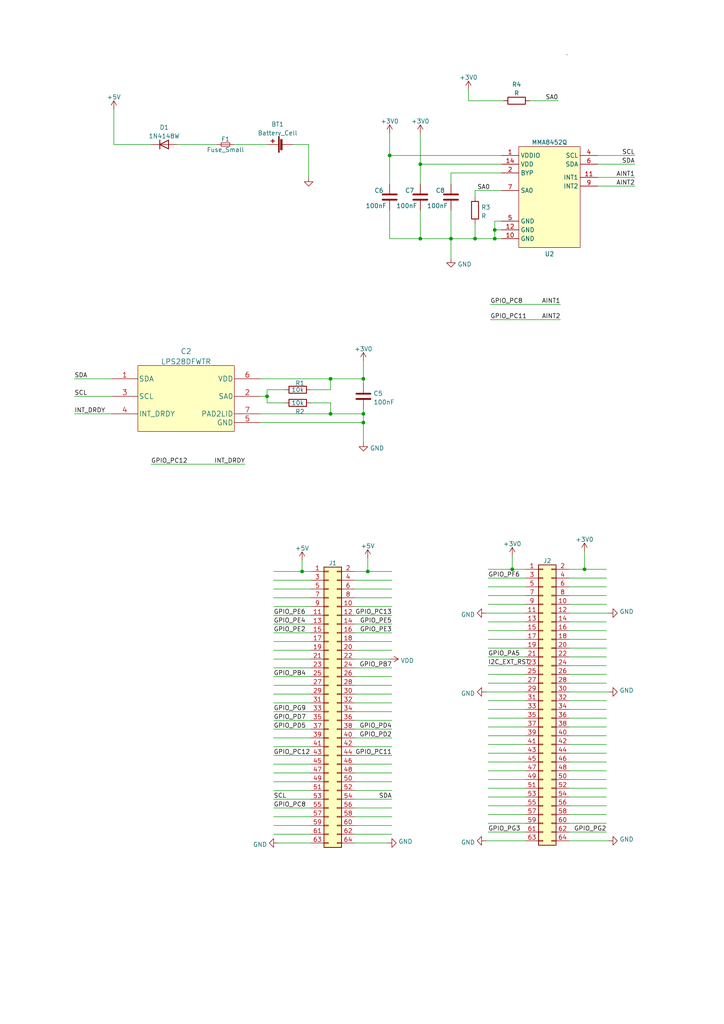
<source format=kicad_sch>
(kicad_sch (version 20211123) (generator eeschema)
  (paper "A4" portrait)
  (title_block (title "DISCO-F429ZI shield board") (date "2022-05-16") (rev "1"))
  (lib_symbols
    (symbol "Connector_Generic:Conn_02x32_Odd_Even" (pin_names (offset 1.016) hide)
      (property "Reference" "J" (at 1.27 40.64 0))
      (property "Value" "Conn_02x32_Odd_Even" (at 1.27 -43.18 0))
      (symbol "Conn_02x32_Odd_Even_1_1"
        (rectangle (start -1.27 -40.513) (end 0 -40.767) (stroke (width 0.1524)))
        (rectangle (start -1.27 -37.973) (end 0 -38.227) (stroke (width 0.1524)))
        (rectangle (start -1.27 -35.433) (end 0 -35.687) (stroke (width 0.1524)))
        (rectangle (start -1.27 -32.893) (end 0 -33.147) (stroke (width 0.1524)))
        (rectangle (start -1.27 -30.353) (end 0 -30.607) (stroke (width 0.1524)))
        (rectangle (start -1.27 -27.813) (end 0 -28.067) (stroke (width 0.1524)))
        (rectangle (start -1.27 -25.273) (end 0 -25.527) (stroke (width 0.1524)))
        (rectangle (start -1.27 -22.733) (end 0 -22.987) (stroke (width 0.1524)))
        (rectangle (start -1.27 -20.193) (end 0 -20.447) (stroke (width 0.1524)))
        (rectangle (start -1.27 -17.653) (end 0 -17.907) (stroke (width 0.1524)))
        (rectangle (start -1.27 -15.113) (end 0 -15.367) (stroke (width 0.1524)))
        (rectangle (start -1.27 -12.573) (end 0 -12.827) (stroke (width 0.1524)))
        (rectangle (start -1.27 -10.033) (end 0 -10.287) (stroke (width 0.1524)))
        (rectangle (start -1.27 -7.493) (end 0 -7.747) (stroke (width 0.1524)))
        (rectangle (start -1.27 -4.953) (end 0 -5.207) (stroke (width 0.1524)))
        (rectangle (start -1.27 -2.413) (end 0 -2.667) (stroke (width 0.1524)))
        (rectangle (start -1.27 0.127) (end 0 -0.127) (stroke (width 0.1524)))
        (rectangle (start -1.27 2.667) (end 0 2.413) (stroke (width 0.1524)))
        (rectangle (start -1.27 5.207) (end 0 4.953) (stroke (width 0.1524)))
        (rectangle (start -1.27 7.747) (end 0 7.493) (stroke (width 0.1524)))
        (rectangle (start -1.27 10.287) (end 0 10.033) (stroke (width 0.1524)))
        (rectangle (start -1.27 12.827) (end 0 12.573) (stroke (width 0.1524)))
        (rectangle (start -1.27 15.367) (end 0 15.113) (stroke (width 0.1524)))
        (rectangle (start -1.27 17.907) (end 0 17.653) (stroke (width 0.1524)))
        (rectangle (start -1.27 20.447) (end 0 20.193) (stroke (width 0.1524)))
        (rectangle (start -1.27 22.987) (end 0 22.733) (stroke (width 0.1524)))
        (rectangle (start -1.27 25.527) (end 0 25.273) (stroke (width 0.1524)))
        (rectangle (start -1.27 28.067) (end 0 27.813) (stroke (width 0.1524)))
        (rectangle (start -1.27 30.607) (end 0 30.353) (stroke (width 0.1524)))
        (rectangle (start -1.27 33.147) (end 0 32.893) (stroke (width 0.1524)))
        (rectangle (start -1.27 35.687) (end 0 35.433) (stroke (width 0.1524)))
        (rectangle (start -1.27 38.227) (end 0 37.973) (stroke (width 0.1524)))
        (rectangle (start -1.27 39.37) (end 3.81 -41.91) (stroke (width 0.254)) (fill (type background)))
        (rectangle (start 3.81 -40.513) (end 2.54 -40.767) (stroke (width 0.1524)))
        (rectangle (start 3.81 -37.973) (end 2.54 -38.227) (stroke (width 0.1524)))
        (rectangle (start 3.81 -35.433) (end 2.54 -35.687) (stroke (width 0.1524)))
        (rectangle (start 3.81 -32.893) (end 2.54 -33.147) (stroke (width 0.1524)))
        (rectangle (start 3.81 -30.353) (end 2.54 -30.607) (stroke (width 0.1524)))
        (rectangle (start 3.81 -27.813) (end 2.54 -28.067) (stroke (width 0.1524)))
        (rectangle (start 3.81 -25.273) (end 2.54 -25.527) (stroke (width 0.1524)))
        (rectangle (start 3.81 -22.733) (end 2.54 -22.987) (stroke (width 0.1524)))
        (rectangle (start 3.81 -20.193) (end 2.54 -20.447) (stroke (width 0.1524)))
        (rectangle (start 3.81 -17.653) (end 2.54 -17.907) (stroke (width 0.1524)))
        (rectangle (start 3.81 -15.113) (end 2.54 -15.367) (stroke (width 0.1524)))
        (rectangle (start 3.81 -12.573) (end 2.54 -12.827) (stroke (width 0.1524)))
        (rectangle (start 3.81 -10.033) (end 2.54 -10.287) (stroke (width 0.1524)))
        (rectangle (start 3.81 -7.493) (end 2.54 -7.747) (stroke (width 0.1524)))
        (rectangle (start 3.81 -4.953) (end 2.54 -5.207) (stroke (width 0.1524)))
        (rectangle (start 3.81 -2.413) (end 2.54 -2.667) (stroke (width 0.1524)))
        (rectangle (start 3.81 0.127) (end 2.54 -0.127) (stroke (width 0.1524)))
        (rectangle (start 3.81 2.667) (end 2.54 2.413) (stroke (width 0.1524)))
        (rectangle (start 3.81 5.207) (end 2.54 4.953) (stroke (width 0.1524)))
        (rectangle (start 3.81 7.747) (end 2.54 7.493) (stroke (width 0.1524)))
        (rectangle (start 3.81 10.287) (end 2.54 10.033) (stroke (width 0.1524)))
        (rectangle (start 3.81 12.827) (end 2.54 12.573) (stroke (width 0.1524)))
        (rectangle (start 3.81 15.367) (end 2.54 15.113) (stroke (width 0.1524)))
        (rectangle (start 3.81 17.907) (end 2.54 17.653) (stroke (width 0.1524)))
        (rectangle (start 3.81 20.447) (end 2.54 20.193) (stroke (width 0.1524)))
        (rectangle (start 3.81 22.987) (end 2.54 22.733) (stroke (width 0.1524)))
        (rectangle (start 3.81 25.527) (end 2.54 25.273) (stroke (width 0.1524)))
        (rectangle (start 3.81 28.067) (end 2.54 27.813) (stroke (width 0.1524)))
        (rectangle (start 3.81 30.607) (end 2.54 30.353) (stroke (width 0.1524)))
        (rectangle (start 3.81 33.147) (end 2.54 32.893) (stroke (width 0.1524)))
        (rectangle (start 3.81 35.687) (end 2.54 35.433) (stroke (width 0.1524)))
        (rectangle (start 3.81 38.227) (end 2.54 37.973) (stroke (width 0.1524)))
        (pin passive line (at -5.08 38.1 0) (length 3.81) (name "Pin_1") (number "1"))
        (pin passive line (at 7.62 27.94 180) (length 3.81) (name "Pin_10") (number "10"))
        (pin passive line (at -5.08 25.4 0) (length 3.81) (name "Pin_11") (number "11"))
        (pin passive line (at 7.62 25.4 180) (length 3.81) (name "Pin_12") (number "12"))
        (pin passive line (at -5.08 22.86 0) (length 3.81) (name "Pin_13") (number "13"))
        (pin passive line (at 7.62 22.86 180) (length 3.81) (name "Pin_14") (number "14"))
        (pin passive line (at -5.08 20.32 0) (length 3.81) (name "Pin_15") (number "15"))
        (pin passive line (at 7.62 20.32 180) (length 3.81) (name "Pin_16") (number "16"))
        (pin passive line (at -5.08 17.78 0) (length 3.81) (name "Pin_17") (number "17"))
        (pin passive line (at 7.62 17.78 180) (length 3.81) (name "Pin_18") (number "18"))
        (pin passive line (at -5.08 15.24 0) (length 3.81) (name "Pin_19") (number "19"))
        (pin passive line (at 7.62 38.1 180) (length 3.81) (name "Pin_2") (number "2"))
        (pin passive line (at 7.62 15.24 180) (length 3.81) (name "Pin_20") (number "20"))
        (pin passive line (at -5.08 12.7 0) (length 3.81) (name "Pin_21") (number "21"))
        (pin passive line (at 7.62 12.7 180) (length 3.81) (name "Pin_22") (number "22"))
        (pin passive line (at -5.08 10.16 0) (length 3.81) (name "Pin_23") (number "23"))
        (pin passive line (at 7.62 10.16 180) (length 3.81) (name "Pin_24") (number "24"))
        (pin passive line (at -5.08 7.62 0) (length 3.81) (name "Pin_25") (number "25"))
        (pin passive line (at 7.62 7.62 180) (length 3.81) (name "Pin_26") (number "26"))
        (pin passive line (at -5.08 5.08 0) (length 3.81) (name "Pin_27") (number "27"))
        (pin passive line (at 7.62 5.08 180) (length 3.81) (name "Pin_28") (number "28"))
        (pin passive line (at -5.08 2.54 0) (length 3.81) (name "Pin_29") (number "29"))
        (pin passive line (at -5.08 35.56 0) (length 3.81) (name "Pin_3") (number "3"))
        (pin passive line (at 7.62 2.54 180) (length 3.81) (name "Pin_30") (number "30"))
        (pin passive line (at -5.08 0 0) (length 3.81) (name "Pin_31") (number "31"))
        (pin passive line (at 7.62 0 180) (length 3.81) (name "Pin_32") (number "32"))
        (pin passive line (at -5.08 -2.54 0) (length 3.81) (name "Pin_33") (number "33"))
        (pin passive line (at 7.62 -2.54 180) (length 3.81) (name "Pin_34") (number "34"))
        (pin passive line (at -5.08 -5.08 0) (length 3.81) (name "Pin_35") (number "35"))
        (pin passive line (at 7.62 -5.08 180) (length 3.81) (name "Pin_36") (number "36"))
        (pin passive line (at -5.08 -7.62 0) (length 3.81) (name "Pin_37") (number "37"))
        (pin passive line (at 7.62 -7.62 180) (length 3.81) (name "Pin_38") (number "38"))
        (pin passive line (at -5.08 -10.16 0) (length 3.81) (name "Pin_39") (number "39"))
        (pin passive line (at 7.62 35.56 180) (length 3.81) (name "Pin_4") (number "4"))
        (pin passive line (at 7.62 -10.16 180) (length 3.81) (name "Pin_40") (number "40"))
        (pin passive line (at -5.08 -12.7 0) (length 3.81) (name "Pin_41") (number "41"))
        (pin passive line (at 7.62 -12.7 180) (length 3.81) (name "Pin_42") (number "42"))
        (pin passive line (at -5.08 -15.24 0) (length 3.81) (name "Pin_43") (number "43"))
        (pin passive line (at 7.62 -15.24 180) (length 3.81) (name "Pin_44") (number "44"))
        (pin passive line (at -5.08 -17.78 0) (length 3.81) (name "Pin_45") (number "45"))
        (pin passive line (at 7.62 -17.78 180) (length 3.81) (name "Pin_46") (number "46"))
        (pin passive line (at -5.08 -20.32 0) (length 3.81) (name "Pin_47") (number "47"))
        (pin passive line (at 7.62 -20.32 180) (length 3.81) (name "Pin_48") (number "48"))
        (pin passive line (at -5.08 -22.86 0) (length 3.81) (name "Pin_49") (number "49"))
        (pin passive line (at -5.08 33.02 0) (length 3.81) (name "Pin_5") (number "5"))
        (pin passive line (at 7.62 -22.86 180) (length 3.81) (name "Pin_50") (number "50"))
        (pin passive line (at -5.08 -25.4 0) (length 3.81) (name "Pin_51") (number "51"))
        (pin passive line (at 7.62 -25.4 180) (length 3.81) (name "Pin_52") (number "52"))
        (pin passive line (at -5.08 -27.94 0) (length 3.81) (name "Pin_53") (number "53"))
        (pin passive line (at 7.62 -27.94 180) (length 3.81) (name "Pin_54") (number "54"))
        (pin passive line (at -5.08 -30.48 0) (length 3.81) (name "Pin_55") (number "55"))
        (pin passive line (at 7.62 -30.48 180) (length 3.81) (name "Pin_56") (number "56"))
        (pin passive line (at -5.08 -33.02 0) (length 3.81) (name "Pin_57") (number "57"))
        (pin passive line (at 7.62 -33.02 180) (length 3.81) (name "Pin_58") (number "58"))
        (pin passive line (at -5.08 -35.56 0) (length 3.81) (name "Pin_59") (number "59"))
        (pin passive line (at 7.62 33.02 180) (length 3.81) (name "Pin_6") (number "6"))
        (pin passive line (at 7.62 -35.56 180) (length 3.81) (name "Pin_60") (number "60"))
        (pin passive line (at -5.08 -38.1 0) (length 3.81) (name "Pin_61") (number "61"))
        (pin passive line (at 7.62 -38.1 180) (length 3.81) (name "Pin_62") (number "62"))
        (pin passive line (at -5.08 -40.64 0) (length 3.81) (name "Pin_63") (number "63"))
        (pin passive line (at 7.62 -40.64 180) (length 3.81) (name "Pin_64") (number "64"))
        (pin passive line (at -5.08 30.48 0) (length 3.81) (name "Pin_7") (number "7"))
        (pin passive line (at 7.62 30.48 180) (length 3.81) (name "Pin_8") (number "8"))
        (pin passive line (at -5.08 27.94 0) (length 3.81) (name "Pin_9") (number "9"))
      )
    )
    (symbol "Device:Battery_Cell" (pin_numbers hide) (pin_names (offset 0) hide)
      (property "Reference" "BT" (at 2.54 2.54 0))
      (property "Value" "Battery_Cell" (at 2.54 0 0))
      (symbol "Battery_Cell_0_1"
        (rectangle (start -2.286 1.778) (end 2.286 1.524) (fill (type outline)))
        (rectangle (start -1.5748 1.1938) (end 1.4732 0.6858) (fill (type outline)))
        (polyline (pts (xy 0 0.762) (xy 0 0)))
        (polyline (pts (xy 0 1.778) (xy 0 2.54)))
        (polyline (pts (xy 0.508 3.429) (xy 1.524 3.429)) (stroke (width 0.254)))
        (polyline (pts (xy 1.016 3.937) (xy 1.016 2.921)) (stroke (width 0.254)))
      )
      (symbol "Battery_Cell_1_1"
        (pin passive line (at 0 5.08 270) (length 2.54) (name "+") (number "1"))
        (pin passive line (at 0 -2.54 90) (length 2.54) (name "-") (number "2"))
      )
    )
    (symbol "Device:C" (pin_numbers hide) (pin_names (offset 0.254))
      (property "Reference" "C" (at 0.635 2.54 0))
      (property "Value" "C" (at 0.635 -2.54 0))
      (symbol "C_0_1"
        (polyline (pts (xy -2.032 -0.762) (xy 2.032 -0.762)) (stroke (width 0.508)))
        (polyline (pts (xy -2.032 0.762) (xy 2.032 0.762)) (stroke (width 0.508)))
      )
      (symbol "C_1_1"
        (pin passive line (at 0 3.81 270) (length 2.794) (name "~") (number "1"))
        (pin passive line (at 0 -3.81 90) (length 2.794) (name "~") (number "2"))
      )
    )
    (symbol "Device:R" (pin_numbers hide) (pin_names (offset 0))
      (property "Reference" "R" (at 2.032 0 90))
      (property "Value" "R" (at 0 0 90))
      (symbol "R_0_1"
        (rectangle (start -1.016 -2.54) (end 1.016 2.54) (stroke (width 0.254)))
      )
      (symbol "R_1_1"
        (pin passive line (at 0 3.81 270) (length 1.27) (name "~") (number "1"))
        (pin passive line (at 0 -3.81 90) (length 1.27) (name "~") (number "2"))
      )
    )
    (symbol "Diode:1N4148W" (pin_numbers hide) (pin_names (offset 1.016) hide)
      (property "Reference" "D" (at 0 2.54 0))
      (property "Value" "1N4148W" (at 0 -2.54 0))
      (symbol "1N4148W_0_1"
        (polyline (pts (xy -1.27 1.27) (xy -1.27 -1.27)) (stroke (width 0.254)))
        (polyline (pts (xy 1.27 0) (xy -1.27 0)))
        (polyline (pts (xy 1.27 1.27) (xy 1.27 -1.27) (xy -1.27 0) (xy 1.27 1.27)) (stroke (width 0.254)))
      )
      (symbol "1N4148W_1_1"
        (pin passive line (at -3.81 0 0) (length 2.54) (name "K") (number "1"))
        (pin passive line (at 3.81 0 180) (length 2.54) (name "A") (number "2"))
      )
    )
    (symbol "LPS28DFW:LPS28DFWTR" (pin_names (offset 0.254))
      (property "Reference" "C" (at 1.27 15.24 0))
      (property "Value" "LPS28DFWTR" (at 1.27 12.7 0))
      (symbol "LPS28DFWTR_1_1"
        (rectangle (start -13.97 8.89) (end 13.97 -10.16) (stroke (width 0.1524)) (fill (type background)))
        (pin bidirectional line (at -21.59 5.08 0) (length 7.62) (name "SDA") (number "1"))
        (pin bidirectional line (at 21.59 0 180) (length 7.62) (name "SA0") (number "2"))
        (pin bidirectional line (at -21.59 0 0) (length 7.62) (name "SCL") (number "3"))
        (pin input line (at -21.59 -5.08 0) (length 7.62) (name "INT_DRDY") (number "4"))
        (pin power_in line (at 21.59 -7.62 180) (length 7.62) (name "GND") (number "5"))
        (pin power_in line (at 21.59 5.08 180) (length 7.62) (name "VDD") (number "6"))
        (pin bidirectional line (at 21.59 -5.08 180) (length 7.62) (name "PAD2LID") (number "7"))
      )
    )
    (symbol "Special-local:MMA8452Q"
      (property "Reference" "U" (at 13.97 -1.27 0))
      (property "Value" "MMA8452Q" (at 16.51 -30.48 0))
      (symbol "MMA8452Q_0_1"
        (rectangle (start 5.08 -2.54) (end 22.86 -31.75) (stroke (width 0.1524)) (fill (type background)))
        (rectangle (start 19.05 24.13) (end 19.05 24.13) (stroke (width 0.1524)))
        (rectangle (start 19.05 24.13) (end 19.05 24.13) (stroke (width 0.1524)))
        (rectangle (start 19.05 24.13) (end 19.05 24.13) (stroke (width 0.1524)))
        (rectangle (start 19.05 24.13) (end 19.05 24.13) (stroke (width 0.1524)))
      )
      (symbol "MMA8452Q_1_1"
        (pin power_in line (at 0 -5.08 0) (length 5.08) (name "VDDIO") (number "1"))
        (pin power_in line (at 0 -29.21 0) (length 5.08) (name "GND") (number "10"))
        (pin output line (at 27.94 -11.43 180) (length 5.08) (name "INT1") (number "11"))
        (pin power_in line (at 0 -26.67 0) (length 5.08) (name "GND") (number "12"))
        (pin no_connect line (at 27.94 -22.86 180) (length 5.08) hide (name "NC") (number "13"))
        (pin power_in line (at 0 -7.62 0) (length 5.08) (name "VDD") (number "14"))
        (pin no_connect line (at 27.94 -20.32 180) (length 5.08) hide (name "NC") (number "15"))
        (pin no_connect line (at 27.94 -17.78 180) (length 5.08) hide (name "NC") (number "16"))
        (pin input line (at 0 -10.16 0) (length 5.08) (name "BYP") (number "2"))
        (pin no_connect line (at 27.94 -27.94 180) (length 5.08) hide (name "DNC") (number "3"))
        (pin input line (at 27.94 -5.08 180) (length 5.08) (name "SCL") (number "4"))
        (pin power_in line (at 0 -24.13 0) (length 5.08) (name "GND") (number "5"))
        (pin input line (at 27.94 -7.62 180) (length 5.08) (name "SDA") (number "6"))
        (pin input line (at 0 -15.24 0) (length 5.08) (name "SA0") (number "7"))
        (pin no_connect line (at 27.94 -25.4 180) (length 5.08) hide (name "NC") (number "8"))
        (pin input line (at 27.94 -13.97 180) (length 5.08) (name "INT2") (number "9"))
      )
    )
    (symbol "magniblu-rescue:Fuse_Small" (pin_numbers hide) (pin_names (offset 0.254) hide)
      (property "Reference" "F" (at 0 -1.524 0))
      (property "Value" "Fuse_Small" (at 0 1.524 0))
      (symbol "Fuse_Small_0_1"
        (rectangle (start -1.27 0.508) (end 1.27 -0.508))
        (polyline (pts (xy -1.27 0) (xy 1.27 0)))
      )
      (symbol "Fuse_Small_1_1"
        (pin passive line (at -2.54 0 0) (length 1.27) (name "~") (number "1"))
        (pin passive line (at 2.54 0 180) (length 1.27) (name "~") (number "2"))
      )
    )
    (symbol "magniblu-rescue:GND" (power) (pin_names (offset 0))
      (property "Value" "GND" (at 0 -3.81 0))
      (symbol "GND_0_1"
        (polyline (pts (xy 0 0) (xy 0 -1.27) (xy 1.27 -1.27) (xy 0 -2.54) (xy -1.27 -1.27) (xy 0 -1.27)))
      )
      (symbol "GND_1_1"
        (pin power_in line (at 0 0 270) (length 0) hide (name "GND") (number "1"))
      )
    )
    (symbol "power:+3V0" (power) (pin_names (offset 0))
      (property "Value" "+3V0" (at 0 3.556 0))
      (symbol "+3V0_0_1"
        (polyline (pts (xy -0.762 1.27) (xy 0 2.54)))
        (polyline (pts (xy 0 0) (xy 0 2.54)))
        (polyline (pts (xy 0 2.54) (xy 0.762 1.27)))
      )
      (symbol "+3V0_1_1"
        (pin power_in line (at 0 0 90) (length 0) hide (name "+3V0") (number "1"))
      )
    )
    (symbol "power:+5V" (power) (pin_names (offset 0))
      (property "Value" "+5V" (at 0 3.556 0))
      (symbol "+5V_0_1"
        (polyline (pts (xy -0.762 1.27) (xy 0 2.54)))
        (polyline (pts (xy 0 0) (xy 0 2.54)))
        (polyline (pts (xy 0 2.54) (xy 0.762 1.27)))
      )
      (symbol "+5V_1_1"
        (pin power_in line (at 0 0 90) (length 0) hide (name "+5V") (number "1"))
      )
    )
    (symbol "power:GND" (power) (pin_names (offset 0))
      (property "Value" "GND" (at 0 -3.81 0))
      (symbol "GND_0_1"
        (polyline (pts (xy 0 0) (xy 0 -1.27) (xy 1.27 -1.27) (xy 0 -2.54) (xy -1.27 -1.27) (xy 0 -1.27)))
      )
      (symbol "GND_1_1"
        (pin power_in line (at 0 0 270) (length 0) hide (name "GND") (number "1"))
      )
    )
    (symbol "power:VDD" (power) (pin_names (offset 0))
      (property "Value" "VDD" (at 0 3.81 0))
      (symbol "VDD_0_1"
        (polyline (pts (xy -0.762 1.27) (xy 0 2.54)))
        (polyline (pts (xy 0 0) (xy 0 2.54)))
        (polyline (pts (xy 0 2.54) (xy 0.762 1.27)))
      )
      (symbol "VDD_1_1"
        (pin power_in line (at 0 0 90) (length 0) hide (name "VDD") (number "1"))
      )
    )
  )
  (junction (at 105.41 120.015))
  (junction (at 137.795 69.215))
  (junction (at 113.03 45.085))
  (junction (at 121.92 47.625))
  (junction (at 169.545 165.1))
  (junction (at 130.81 69.215))
  (junction (at 77.47 114.935))
  (junction (at 143.51 69.215))
  (junction (at 121.92 69.215))
  (junction (at 87.63 165.735))
  (junction (at 105.41 122.555))
  (junction (at 106.68 165.735))
  (junction (at 95.885 109.855))
  (junction (at 143.51 66.675))
  (junction (at 95.885 120.015))
  (junction (at 105.41 109.855))
  (junction (at 148.59 165.1))
  (wire (pts (xy 145.415 64.135) (xy 143.51 64.135)))
  (wire (pts (xy 102.87 226.695) (xy 113.665 226.695)))
  (wire (pts (xy 90.17 113.03) (xy 95.885 113.03)))
  (wire (pts (xy 169.545 165.1) (xy 165.1 165.1)))
  (wire (pts (xy 165.1 170.18) (xy 175.895 170.18)))
  (wire (pts (xy 113.03 53.34) (xy 113.03 45.085)))
  (wire (pts (xy 79.375 211.455) (xy 90.17 211.455)))
  (wire (pts (xy 77.47 116.84) (xy 77.47 114.935)))
  (wire (pts (xy 79.375 191.135) (xy 90.17 191.135)))
  (wire (pts (xy 102.87 224.155) (xy 113.665 224.155)))
  (wire (pts (xy 106.68 165.735) (xy 106.68 161.925)))
  (wire (pts (xy 141.605 170.18) (xy 152.4 170.18)))
  (wire (pts (xy 102.87 168.275) (xy 113.665 168.275)))
  (wire (pts (xy 141.605 241.3) (xy 152.4 241.3)))
  (wire (pts (xy 51.435 41.91) (xy 62.865 41.91)))
  (wire (pts (xy 102.87 229.235) (xy 113.665 229.235)))
  (wire (pts (xy 148.59 165.1) (xy 152.4 165.1)))
  (wire (pts (xy 165.1 187.96) (xy 175.895 187.96)))
  (wire (pts (xy 169.545 165.1) (xy 175.895 165.1)))
  (wire (pts (xy 141.605 190.5) (xy 152.4 190.5)))
  (wire (pts (xy 141.605 193.04) (xy 152.4 193.04)))
  (wire (pts (xy 89.535 41.91) (xy 89.535 51.435)))
  (wire (pts (xy 102.87 239.395) (xy 113.665 239.395)))
  (wire (pts (xy 141.605 226.06) (xy 152.4 226.06)))
  (wire (pts (xy 165.1 200.66) (xy 176.53 200.66)))
  (wire (pts (xy 141.605 228.6) (xy 152.4 228.6)))
  (wire (pts (xy 67.945 41.91) (xy 77.47 41.91)))
  (wire (pts (xy 79.375 178.435) (xy 90.17 178.435)))
  (wire (pts (xy 79.375 186.055) (xy 90.17 186.055)))
  (wire (pts (xy 141.605 198.12) (xy 152.4 198.12)))
  (wire (pts (xy 102.87 198.755) (xy 113.665 198.755)))
  (wire (pts (xy 90.17 116.84) (xy 95.885 116.84)))
  (wire (pts (xy 141.605 172.72) (xy 152.4 172.72)))
  (wire (pts (xy 130.81 69.215) (xy 130.81 74.93)))
  (wire (pts (xy 165.1 236.22) (xy 175.895 236.22)))
  (wire (pts (xy 165.1 177.8) (xy 176.53 177.8)))
  (wire (pts (xy 79.375 180.975) (xy 90.17 180.975)))
  (wire (pts (xy 106.68 165.735) (xy 113.665 165.735)))
  (wire (pts (xy 102.87 203.835) (xy 113.665 203.835)))
  (wire (pts (xy 141.605 180.34) (xy 152.4 180.34)))
  (wire (pts (xy 80.645 244.475) (xy 90.17 244.475)))
  (wire (pts (xy 113.665 231.775) (xy 102.87 231.775)))
  (wire (pts (xy 102.87 234.315) (xy 113.665 234.315)))
  (wire (pts (xy 102.87 206.375) (xy 113.665 206.375)))
  (wire (pts (xy 102.87 173.355) (xy 113.665 173.355)))
  (wire (pts (xy 21.59 109.855) (xy 32.385 109.855)))
  (wire (pts (xy 105.41 122.555) (xy 105.41 128.27)))
  (wire (pts (xy 165.1 203.2) (xy 175.895 203.2)))
  (wire (pts (xy 102.87 236.855) (xy 113.665 236.855)))
  (wire (pts (xy 142.24 88.265) (xy 162.56 88.265)))
  (wire (pts (xy 21.59 120.015) (xy 32.385 120.015)))
  (wire (pts (xy 121.92 60.96) (xy 121.92 69.215)))
  (wire (pts (xy 143.51 66.675) (xy 143.51 69.215)))
  (wire (pts (xy 95.885 109.855) (xy 105.41 109.855)))
  (wire (pts (xy 102.87 208.915) (xy 113.665 208.915)))
  (wire (pts (xy 146.05 29.21) (xy 135.89 29.21)))
  (wire (pts (xy 79.375 170.815) (xy 90.17 170.815)))
  (wire (pts (xy 148.59 161.29) (xy 148.59 165.1)))
  (wire (pts (xy 79.375 239.395) (xy 90.17 239.395)))
  (wire (pts (xy 105.41 109.855) (xy 105.41 111.125)))
  (wire (pts (xy 102.87 241.935) (xy 113.665 241.935)))
  (wire (pts (xy 130.81 50.165) (xy 145.415 50.165)))
  (wire (pts (xy 113.03 45.085) (xy 145.415 45.085)))
  (wire (pts (xy 113.665 213.995) (xy 102.87 213.995)))
  (wire (pts (xy 79.375 229.235) (xy 90.17 229.235)))
  (wire (pts (xy 77.47 114.935) (xy 77.47 113.03)))
  (wire (pts (xy 141.605 165.1) (xy 148.59 165.1)))
  (wire (pts (xy 140.97 177.8) (xy 152.4 177.8)))
  (wire (pts (xy 141.605 223.52) (xy 152.4 223.52)))
  (wire (pts (xy 165.1 210.82) (xy 175.895 210.82)))
  (wire (pts (xy 95.885 113.03) (xy 95.885 109.855)))
  (wire (pts (xy 145.415 55.245) (xy 137.795 55.245)))
  (wire (pts (xy 135.89 26.035) (xy 135.89 29.21)))
  (wire (pts (xy 79.375 206.375) (xy 90.17 206.375)))
  (wire (pts (xy 121.92 38.735) (xy 121.92 47.625)))
  (wire (pts (xy 21.59 114.935) (xy 32.385 114.935)))
  (wire (pts (xy 142.24 92.71) (xy 162.56 92.71)))
  (wire (pts (xy 79.375 213.995) (xy 90.17 213.995)))
  (wire (pts (xy 165.1 167.64) (xy 175.895 167.64)))
  (wire (pts (xy 113.665 193.675) (xy 102.87 193.675)))
  (wire (pts (xy 141.605 187.96) (xy 152.4 187.96)))
  (wire (pts (xy 87.63 165.735) (xy 90.17 165.735)))
  (wire (pts (xy 79.375 241.935) (xy 90.17 241.935)))
  (wire (pts (xy 165.1 172.72) (xy 175.895 172.72)))
  (wire (pts (xy 105.41 122.555) (xy 105.41 120.015)))
  (wire (pts (xy 79.375 168.275) (xy 90.17 168.275)))
  (wire (pts (xy 143.51 64.135) (xy 143.51 66.675)))
  (wire (pts (xy 165.1 220.98) (xy 175.895 220.98)))
  (wire (pts (xy 165.1 223.52) (xy 175.895 223.52)))
  (wire (pts (xy 145.415 66.675) (xy 143.51 66.675)))
  (wire (pts (xy 102.87 191.135) (xy 113.03 191.135)))
  (wire (pts (xy 79.375 201.295) (xy 90.17 201.295)))
  (wire (pts (xy 79.375 175.895) (xy 90.17 175.895)))
  (wire (pts (xy 95.885 116.84) (xy 95.885 120.015)))
  (wire (pts (xy 79.375 224.155) (xy 90.17 224.155)))
  (wire (pts (xy 175.895 241.3) (xy 165.1 241.3)))
  (wire (pts (xy 165.1 198.12) (xy 175.895 198.12)))
  (wire (pts (xy 121.92 53.34) (xy 121.92 47.625)))
  (wire (pts (xy 165.1 205.74) (xy 175.895 205.74)))
  (wire (pts (xy 165.1 175.26) (xy 175.895 175.26)))
  (wire (pts (xy 165.1 226.06) (xy 175.895 226.06)))
  (wire (pts (xy 33.02 41.91) (xy 43.815 41.91)))
  (wire (pts (xy 87.63 162.56) (xy 87.63 165.735)))
  (wire (pts (xy 141.605 195.58) (xy 152.4 195.58)))
  (wire (pts (xy 141.605 203.2) (xy 152.4 203.2)))
  (wire (pts (xy 165.1 208.28) (xy 175.895 208.28)))
  (wire (pts (xy 102.87 170.815) (xy 113.665 170.815)))
  (wire (pts (xy 113.665 180.975) (xy 102.87 180.975)))
  (wire (pts (xy 165.1 182.88) (xy 175.895 182.88)))
  (wire (pts (xy 165.1 190.5) (xy 175.895 190.5)))
  (wire (pts (xy 102.87 188.595) (xy 113.665 188.595)))
  (wire (pts (xy 95.885 120.015) (xy 105.41 120.015)))
  (wire (pts (xy 113.665 219.075) (xy 102.87 219.075)))
  (wire (pts (xy 141.605 218.44) (xy 152.4 218.44)))
  (wire (pts (xy 102.87 175.895) (xy 113.665 175.895)))
  (wire (pts (xy 79.375 226.695) (xy 90.17 226.695)))
  (wire (pts (xy 79.375 203.835) (xy 90.17 203.835)))
  (wire (pts (xy 102.87 196.215) (xy 113.665 196.215)))
  (wire (pts (xy 121.92 69.215) (xy 130.81 69.215)))
  (wire (pts (xy 79.375 196.215) (xy 90.17 196.215)))
  (wire (pts (xy 79.375 216.535) (xy 90.17 216.535)))
  (wire (pts (xy 153.67 29.21) (xy 161.925 29.21)))
  (wire (pts (xy 130.81 60.96) (xy 130.81 69.215)))
  (wire (pts (xy 140.97 200.66) (xy 152.4 200.66)))
  (wire (pts (xy 140.97 243.84) (xy 152.4 243.84)))
  (wire (pts (xy 165.1 243.84) (xy 176.53 243.84)))
  (wire (pts (xy 113.03 60.96) (xy 113.03 69.215)))
  (wire (pts (xy 137.795 55.245) (xy 137.795 57.15)))
  (wire (pts (xy 141.605 167.64) (xy 152.4 167.64)))
  (wire (pts (xy 121.92 47.625) (xy 145.415 47.625)))
  (wire (pts (xy 113.665 183.515) (xy 102.87 183.515)))
  (wire (pts (xy 141.605 185.42) (xy 152.4 185.42)))
  (wire (pts (xy 102.87 216.535) (xy 113.665 216.535)))
  (wire (pts (xy 165.1 218.44) (xy 175.895 218.44)))
  (wire (pts (xy 113.03 38.735) (xy 113.03 45.085)))
  (wire (pts (xy 165.1 193.04) (xy 175.895 193.04)))
  (wire (pts (xy 79.375 188.595) (xy 90.17 188.595)))
  (wire (pts (xy 102.87 165.735) (xy 106.68 165.735)))
  (wire (pts (xy 141.605 220.98) (xy 152.4 220.98)))
  (wire (pts (xy 113.665 178.435) (xy 102.87 178.435)))
  (wire (pts (xy 165.1 213.36) (xy 175.895 213.36)))
  (wire (pts (xy 79.375 236.855) (xy 90.17 236.855)))
  (wire (pts (xy 165.1 233.68) (xy 175.895 233.68)))
  (wire (pts (xy 79.375 198.755) (xy 90.17 198.755)))
  (wire (pts (xy 165.1 238.76) (xy 175.895 238.76)))
  (wire (pts (xy 112.395 244.475) (xy 102.87 244.475)))
  (wire (pts (xy 141.605 182.88) (xy 152.4 182.88)))
  (wire (pts (xy 141.605 238.76) (xy 152.4 238.76)))
  (wire (pts (xy 141.605 205.74) (xy 152.4 205.74)))
  (wire (pts (xy 77.47 113.03) (xy 82.55 113.03)))
  (wire (pts (xy 165.1 228.6) (xy 175.895 228.6)))
  (wire (pts (xy 79.375 234.315) (xy 90.17 234.315)))
  (wire (pts (xy 79.375 219.075) (xy 90.17 219.075)))
  (wire (pts (xy 102.87 186.055) (xy 113.665 186.055)))
  (wire (pts (xy 75.565 122.555) (xy 105.41 122.555)))
  (wire (pts (xy 43.815 134.62) (xy 71.12 134.62)))
  (wire (pts (xy 102.87 221.615) (xy 113.665 221.615)))
  (wire (pts (xy 165.1 215.9) (xy 175.895 215.9)))
  (wire (pts (xy 141.605 208.28) (xy 152.4 208.28)))
  (wire (pts (xy 75.565 120.015) (xy 95.885 120.015)))
  (wire (pts (xy 137.795 64.77) (xy 137.795 69.215)))
  (wire (pts (xy 79.375 193.675) (xy 90.17 193.675)))
  (wire (pts (xy 184.15 51.435) (xy 173.355 51.435)))
  (wire (pts (xy 184.15 45.085) (xy 173.355 45.085)))
  (wire (pts (xy 141.605 236.22) (xy 152.4 236.22)))
  (wire (pts (xy 169.545 160.02) (xy 169.545 165.1)))
  (wire (pts (xy 75.565 109.855) (xy 95.885 109.855)))
  (wire (pts (xy 113.03 69.215) (xy 121.92 69.215)))
  (wire (pts (xy 79.375 208.915) (xy 90.17 208.915)))
  (wire (pts (xy 141.605 215.9) (xy 152.4 215.9)))
  (wire (pts (xy 184.15 53.975) (xy 173.355 53.975)))
  (wire (pts (xy 141.605 175.26) (xy 152.4 175.26)))
  (wire (pts (xy 143.51 69.215) (xy 145.415 69.215)))
  (wire (pts (xy 165.1 180.34) (xy 175.895 180.34)))
  (wire (pts (xy 141.605 231.14) (xy 152.4 231.14)))
  (wire (pts (xy 165.1 185.42) (xy 175.895 185.42)))
  (wire (pts (xy 82.55 116.84) (xy 77.47 116.84)))
  (wire (pts (xy 184.15 47.625) (xy 173.355 47.625)))
  (wire (pts (xy 33.02 31.75) (xy 33.02 41.91)))
  (wire (pts (xy 105.41 104.775) (xy 105.41 109.855)))
  (wire (pts (xy 141.605 210.82) (xy 152.4 210.82)))
  (wire (pts (xy 105.41 120.015) (xy 105.41 118.745)))
  (wire (pts (xy 79.375 165.735) (xy 87.63 165.735)))
  (wire (pts (xy 79.375 231.775) (xy 90.17 231.775)))
  (wire (pts (xy 130.81 69.215) (xy 137.795 69.215)))
  (wire (pts (xy 130.81 50.165) (xy 130.81 53.34)))
  (wire (pts (xy 85.09 41.91) (xy 89.535 41.91)))
  (wire (pts (xy 79.375 183.515) (xy 90.17 183.515)))
  (wire (pts (xy 165.1 231.14) (xy 175.895 231.14)))
  (wire (pts (xy 102.87 201.295) (xy 113.665 201.295)))
  (wire (pts (xy 75.565 114.935) (xy 77.47 114.935)))
  (wire (pts (xy 113.665 211.455) (xy 102.87 211.455)))
  (wire (pts (xy 165.1 195.58) (xy 175.895 195.58)))
  (wire (pts (xy 141.605 213.36) (xy 152.4 213.36)))
  (wire (pts (xy 79.375 221.615) (xy 90.17 221.615)))
  (wire (pts (xy 79.375 173.355) (xy 90.17 173.355)))
  (wire (pts (xy 141.605 233.68) (xy 152.4 233.68)))
  (wire (pts (xy 137.795 69.215) (xy 143.51 69.215)))
  (label "INT_DRDY" (at 71.12 134.62 180))
  (label "GPIO_PE6" (at 79.375 178.435 0))
  (label "GPIO_PD2" (at 113.665 213.995 180))
  (label "GPIO_PC8" (at 142.24 88.265 0))
  (label "GPIO_PG9" (at 79.375 206.375 0))
  (label "GPIO_PE4" (at 79.375 180.975 0))
  (label "AINT2" (at 184.15 53.975 180))
  (label "AINT1" (at 184.15 51.435 180))
  (label "SA0" (at 138.43 55.245 0))
  (label "AINT2" (at 162.56 92.71 180))
  (label "AINT1" (at 162.56 88.265 180))
  (label "SDA" (at 184.15 47.625 180))
  (label "GPIO_PE2" (at 79.375 183.515 0))
  (label "SA0" (at 161.925 29.21 180))
  (label "SDA" (at 21.59 109.855 0))
  (label "GPIO_PD7" (at 79.375 208.915 0))
  (label "GPIO_PC8" (at 79.375 234.315 0))
  (label "GPIO_PB7" (at 113.665 193.675 180))
  (label "GPIO_PC12" (at 79.375 219.075 0))
  (label "GPIO_PB4" (at 79.375 196.215 0))
  (label "GPIO_PC11" (at 142.24 92.71 0))
  (label "GPIO_PC11" (at 113.665 219.075 180))
  (label "GPIO_PG2" (at 175.895 241.3 180))
  (label "GPIO_PA5" (at 141.605 190.5 0))
  (label "SCL" (at 21.59 114.935 0))
  (label "GPIO_PC12" (at 43.815 134.62 0))
  (label "GPIO_PD4" (at 113.665 211.455 180))
  (label "GPIO_PD5" (at 79.375 211.455 0))
  (label "GPIO_PC13" (at 113.665 178.435 180))
  (label "GPIO_PF6" (at 141.605 167.64 0))
  (label "I2C_EXT_RST" (at 141.605 193.04 0))
  (label "GPIO_PE3" (at 113.665 183.515 180))
  (label "SDA" (at 113.665 231.775 180))
  (label "INT_DRDY" (at 21.59 120.015 0))
  (label "GPIO_PE5" (at 113.665 180.975 180))
  (label "SCL" (at 79.375 231.775 0))
  (label "GPIO_PG3" (at 141.605 241.3 0))
  (label "SCL" (at 184.15 45.085 180))
  (symbol (lib_id "power:+5V") (at 87.63 162.56 0) (unit 1)
    (property "Reference" "#PWR04" (effects hide))
    (property "Value" "+5V" (at 87.63 158.9842 0))
  )
  (symbol (lib_id "power:GND") (at 176.53 243.84 90) (unit 1)
    (property "Reference" "#PWR018" (effects hide))
    (property "Value" "GND" (at 179.7049 243.4062 90) (effects (justify right)))
  )
  (symbol (lib_id "power:GND") (at 105.41 128.27 0) (unit 1)
    (property "Reference" "#PWR020" (effects hide))
    (property "Value" "GND" (at 107.315 129.9738 0) (effects (justify left)))
  )
  (symbol (lib_id "power:+3V0") (at 113.03 38.735 0) (unit 1)
    (property "Reference" "#PWR01" (effects hide))
    (property "Value" "+3V0" (at 113.03 35.1592 0))
  )
  (symbol (lib_id "power:+5V") (at 106.68 161.925 0) (unit 1)
    (property "Reference" "#PWR05" (effects hide))
    (property "Value" "+5V" (at 106.68 158.3492 0))
  )
  (symbol (lib_id "power:+3V0") (at 169.545 160.02 0) (unit 1)
    (property "Reference" "#PWR015" (effects hide))
    (property "Value" "+3V0" (at 169.545 156.4442 0))
  )
  (symbol (lib_id "Device:R") (at 86.36 113.03 90) (unit 1)
    (property "Reference" "R1" (at 86.995 111.125 90))
    (property "Value" "10k" (at 86.36 113.03 90))
    (property "Footprint" "Resistor_SMD_AKL:R_0805_2012Metric_Pad1.20x1.40mm" (effects hide))
  )
  (symbol (lib_id "magniblu-rescue:Fuse_Small") (at 65.405 41.91 180) (unit 1)
    (property "Reference" "F1" (at 65.405 40.386 0))
    (property "Value" "Fuse_Small" (at 65.405 43.434 0))
    (property "Footprint" "Fuse_AKL:Fuse_1206_3216Metric" (effects hide))
  )
  (symbol (lib_id "power:GND") (at 130.81 74.93 0) (unit 1)
    (property "Reference" "#PWR022" (effects hide))
    (property "Value" "GND" (at 132.715 76.6338 0) (effects (justify left)))
  )
  (symbol (lib_id "power:GND") (at 112.395 244.475 90) (unit 1)
    (property "Reference" "#PWR07" (effects hide))
    (property "Value" "GND" (at 115.5699 244.0412 90) (effects (justify right)))
  )
  (symbol (lib_id "Connector_Generic:Conn_02x32_Odd_Even") (at 95.25 203.835 0) (unit 1)
    (property "Reference" "J1" (at 96.52 163.3022 0))
    (property "Value" "Conn_02x32_Odd_Even" (effects hide))
    (property "Footprint" "Connector_PinSocket_2.54mm:PinSocket_2x32_P2.54mm_Vertical" (effects hide))
  )
  (symbol (lib_id "power:+3V0") (at 105.41 104.775 0) (unit 1)
    (property "Reference" "#PWR019" (effects hide))
    (property "Value" "+3V0" (at 105.41 101.1992 0))
  )
  (symbol (lib_id "power:GND") (at 176.53 200.66 90) (unit 1)
    (property "Reference" "#PWR017" (effects hide))
    (property "Value" "GND" (at 179.7049 200.2262 90) (effects (justify right)))
  )
  (symbol (lib_id "Device:C") (at 121.92 57.15 0) (unit 1)
    (property "Reference" "C7" (at 117.475 55.245 0) (effects (justify left)))
    (property "Value" "100nF" (at 114.935 59.69 0) (effects (justify left)))
    (property "Footprint" "Capacitor_SMD_AKL:C_0603_1608Metric_Pad1.05x0.95mm" (effects hide))
  )
  (symbol (lib_id "power:VDD") (at 113.03 191.135 270) (unit 1)
    (property "Reference" "#PWR08" (effects hide))
    (property "Value" "VDD" (at 116.205 191.5688 90) (effects (justify left)))
  )
  (symbol (lib_id "Device:R") (at 86.36 116.84 90) (unit 1)
    (property "Reference" "R2" (at 86.995 119.38 90))
    (property "Value" "10k" (at 86.36 116.84 90))
    (property "Footprint" "Resistor_SMD_AKL:R_0805_2012Metric_Pad1.20x1.40mm" (effects hide))
  )
  (symbol (lib_id "Device:C") (at 113.03 57.15 0) (unit 1)
    (property "Reference" "C6" (at 108.585 55.245 0) (effects (justify left)))
    (property "Value" "100nF" (at 106.045 59.69 0) (effects (justify left)))
    (property "Footprint" "Capacitor_SMD_AKL:C_0603_1608Metric_Pad1.05x0.95mm" (effects hide))
  )
  (symbol (lib_id "power:GND") (at 140.97 243.84 270) (unit 1)
    (property "Reference" "#PWR011" (effects hide))
    (property "Value" "GND" (at 137.7951 244.2738 90) (effects (justify right)))
  )
  (symbol (lib_id "magniblu-rescue:GND") (at 89.535 51.435 0) (unit 1)
    (property "Reference" "#PWR0103" (effects hide))
    (property "Value" "GND" (effects hide))
  )
  (symbol (lib_id "power:GND") (at 176.53 177.8 90) (unit 1)
    (property "Reference" "#PWR016" (effects hide))
    (property "Value" "GND" (at 179.7049 177.3662 90) (effects (justify right)))
  )
  (symbol (lib_id "power:GND") (at 140.97 177.8 270) (unit 1)
    (property "Reference" "#PWR09" (effects hide))
    (property "Value" "GND" (at 137.7951 178.2338 90) (effects (justify right)))
  )
  (symbol (lib_id "power:GND") (at 80.645 244.475 270) (unit 1)
    (property "Reference" "#PWR03" (effects hide))
    (property "Value" "GND" (at 77.4701 244.9088 90) (effects (justify right)))
  )
  (symbol (lib_id "Device:Battery_Cell") (at 82.55 41.91 90) (unit 1)
    (property "Reference" "BT1" (at 80.518 36.0512 90))
    (property "Value" "Battery_Cell" (at 80.518 38.5881 90))
    (property "Footprint" "Battery:BatteryHolder_MPD_BH-18650-PC2" (effects hide))
  )
  (symbol (lib_id "power:+3V0") (at 121.92 38.735 0) (unit 1)
    (property "Reference" "#PWR02" (effects hide))
    (property "Value" "+3V0" (at 121.92 35.1592 0))
  )
  (symbol (lib_id "Special-local:MMA8452Q") (at 145.415 40.005 0) (unit 1)
    (property "Reference" "U2" (at 159.385 73.66 0))
    (property "Value" "MMA8452Q" (at 159.385 41.275 0))
    (property "Footprint" "local:LGA16_BRAKEOUT" (effects hide))
  )
  (symbol (lib_id "power:+5V") (at 33.02 31.75 0) (unit 1)
    (property "Reference" "#PWR0102" (effects hide))
    (property "Value" "+5V" (at 33.02 28.1742 0))
  )
  (symbol (lib_id "power:+3V0") (at 135.89 26.035 0) (unit 1)
    (property "Reference" "#PWR023" (effects hide))
    (property "Value" "+3V0" (at 135.89 22.4592 0))
  )
  (symbol (lib_id "Device:R") (at 149.86 29.21 90) (unit 1)
    (property "Reference" "R4" (at 149.86 24.4942 90))
    (property "Value" "R" (at 149.86 27.0311 90))
    (property "Footprint" "Resistor_SMD_AKL:R_0805_2012Metric_Pad1.20x1.40mm" (effects hide))
  )
  (symbol (lib_id "LPS28DFW:LPS28DFWTR") (at 53.975 114.935 0) (unit 1)
    (property "Reference" "C2" (at 53.975 101.8847 0) (effects (font (size 1.524 1.524))))
    (property "Value" "LPS28DFWTR" (at 53.975 104.8781 0) (effects (font (size 1.524 1.524))))
    (property "Footprint" "local:LPS28DFWTR" (effects hide))
  )
  (symbol (lib_id "power:+3V0") (at 148.59 161.29 0) (unit 1)
    (property "Reference" "#PWR012" (effects hide))
    (property "Value" "+3V0" (at 148.59 157.7142 0))
  )
  (symbol (lib_id "Connector_Generic:Conn_02x32_Odd_Even") (at 157.48 203.2 0) (unit 1)
    (property "Reference" "J2" (at 158.75 162.6672 0))
    (property "Value" "Conn_02x32_Odd_Even" (effects hide))
    (property "Footprint" "Connector_PinSocket_2.54mm:PinSocket_2x32_P2.54mm_Vertical" (effects hide))
  )
  (symbol (lib_id "Device:C") (at 130.81 57.15 0) (unit 1)
    (property "Reference" "C8" (at 126.365 55.245 0) (effects (justify left)))
    (property "Value" "100nF" (at 123.825 59.69 0) (effects (justify left)))
    (property "Footprint" "Capacitor_SMD_AKL:C_0603_1608Metric_Pad1.05x0.95mm" (effects hide))
  )
  (symbol (lib_id "power:GND") (at 140.97 200.66 270) (unit 1)
    (property "Reference" "#PWR010" (effects hide))
    (property "Value" "GND" (at 137.7951 201.0938 90) (effects (justify right)))
  )
  (symbol (lib_id "Device:R") (at 137.795 60.96 0) (unit 1)
    (property "Reference" "R3" (at 139.573 60.1253 0) (effects (justify left)))
    (property "Value" "R" (at 139.573 62.6622 0) (effects (justify left)))
    (property "Footprint" "Resistor_SMD_AKL:R_0805_2012Metric_Pad1.20x1.40mm" (effects hide))
  )
  (symbol (lib_id "Device:C") (at 105.41 114.935 0) (unit 1)
    (property "Reference" "C5" (at 108.331 114.1003 0) (effects (justify left)))
    (property "Value" "100nF" (at 108.331 116.6372 0) (effects (justify left)))
    (property "Footprint" "Capacitor_SMD_AKL:C_0603_1608Metric_Pad1.05x0.95mm" (effects hide))
  )
  (symbol (lib_id "Diode:1N4148W") (at 47.625 41.91 0) (unit 1)
    (property "Reference" "D1" (at 47.625 36.9402 0))
    (property "Value" "1N4148W" (at 47.625 39.4771 0))
    (property "Footprint" "Diode_SMD:D_SOD-123" (effects hide))
    (property "Datasheet" "https://www.vishay.com/docs/85748/1n4148w.pdf" (effects hide))
  )
)
</source>
